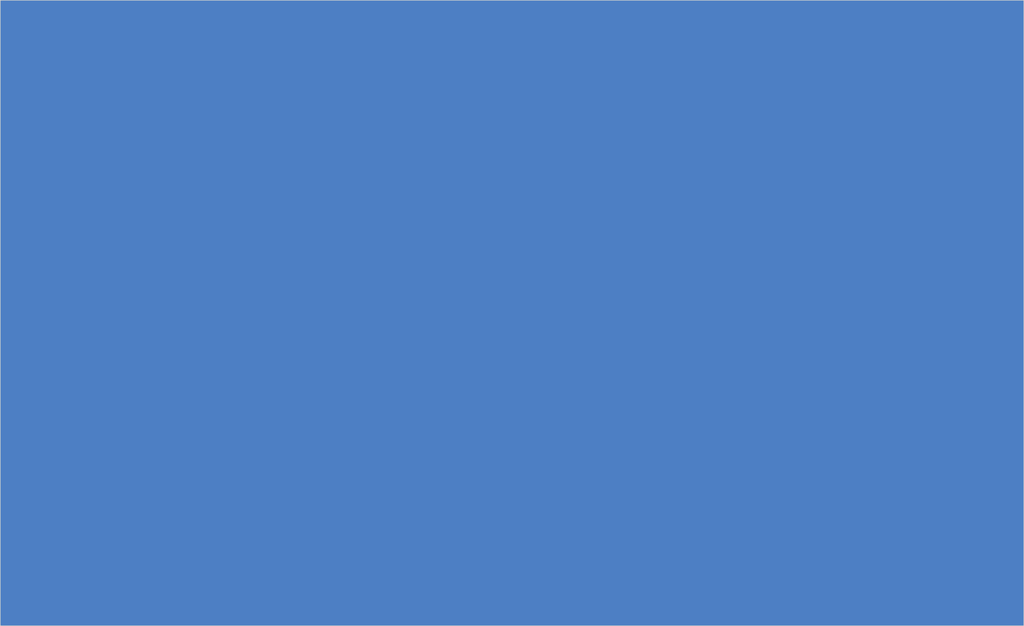
<source format=kicad_pcb>
(kicad_pcb
	(version 20241229)
	(generator "pcbnew")
	(generator_version "9.0")
	(general
		(thickness 1.6)
		(legacy_teardrops no)
	)
	(paper "A4")
	(layers
		(0 "F.Cu" signal)
		(2 "B.Cu" signal)
		(9 "F.Adhes" user "F.Adhesive")
		(11 "B.Adhes" user "B.Adhesive")
		(13 "F.Paste" user)
		(15 "B.Paste" user)
		(5 "F.SilkS" user "F.Silkscreen")
		(7 "B.SilkS" user "B.Silkscreen")
		(1 "F.Mask" user)
		(3 "B.Mask" user)
		(17 "Dwgs.User" user "User.Drawings")
		(19 "Cmts.User" user "User.Comments")
		(21 "Eco1.User" user "User.Eco1")
		(23 "Eco2.User" user "User.Eco2")
		(25 "Edge.Cuts" user)
		(27 "Margin" user)
		(31 "F.CrtYd" user "F.Courtyard")
		(29 "B.CrtYd" user "B.Courtyard")
		(35 "F.Fab" user)
		(33 "B.Fab" user)
		(39 "User.1" user)
		(41 "User.2" user)
		(43 "User.3" user)
		(45 "User.4" user)
	)
	(setup
		(pad_to_mask_clearance 0)
		(allow_soldermask_bridges_in_footprints no)
		(tenting front back)
		(pcbplotparams
			(layerselection 0x00000000_00000000_55555555_5755f5ff)
			(plot_on_all_layers_selection 0x00000000_00000000_00000000_00000000)
			(disableapertmacros no)
			(usegerberextensions no)
			(usegerberattributes yes)
			(usegerberadvancedattributes yes)
			(creategerberjobfile yes)
			(dashed_line_dash_ratio 12.000000)
			(dashed_line_gap_ratio 3.000000)
			(svgprecision 4)
			(plotframeref no)
			(mode 1)
			(useauxorigin no)
			(hpglpennumber 1)
			(hpglpenspeed 20)
			(hpglpendiameter 15.000000)
			(pdf_front_fp_property_popups yes)
			(pdf_back_fp_property_popups yes)
			(pdf_metadata yes)
			(pdf_single_document no)
			(dxfpolygonmode yes)
			(dxfimperialunits no)
			(dxfusepcbnewfont yes)
			(psnegative no)
			(psa4output no)
			(plot_black_and_white yes)
			(sketchpadsonfab no)
			(plotpadnumbers no)
			(hidednponfab no)
			(sketchdnponfab yes)
			(crossoutdnponfab yes)
			(subtractmaskfromsilk no)
			(outputformat 3)
			(mirror no)
			(drillshape 0)
			(scaleselection 1)
			(outputdirectory "out/lightburn-template-helpers/")
		)
	)
	(net 0 "")
	(net 1 "GND")
	(gr_rect
		(start 0 -55)
		(end 90 0)
		(stroke
			(width 0.05)
			(type default)
		)
		(fill no)
		(locked yes)
		(layer "Edge.Cuts")
		(uuid "5b95af0e-1f3a-402d-b822-c10a6e4a88c8")
	)
	(gr_circle
		(center 25 -35)
		(end 25 -34.85)
		(stroke
			(width 0.1)
			(type solid)
		)
		(fill yes)
		(locked yes)
		(layer "User.1")
		(uuid "04317cef-467f-443a-af53-453cce07bf76")
	)
	(gr_circle
		(center 35 -50)
		(end 35 -49.85)
		(stroke
			(width 0.1)
			(type solid)
		)
		(fill yes)
		(locked yes)
		(layer "User.1")
		(uuid "044a5b11-0ca0-4601-925b-927f535e30d0")
	)
	(gr_circle
		(center 45 -5)
		(end 45 -4.85)
		(stroke
			(width 0.1)
			(type solid)
		)
		(fill yes)
		(locked yes)
		(layer "User.1")
		(uuid "063ab35b-d972-4c54-89c8-4a8e90166371")
	)
	(gr_circle
		(center 20 -5)
		(end 20 -4.85)
		(stroke
			(width 0.1)
			(type solid)
		)
		(fill yes)
		(locked yes)
		(layer "User.1")
		(uuid "07298827-0108-48e0-9fc8-9bfb65b1e36a")
	)
	(gr_circle
		(center 65 -32.5)
		(end 65 -32.35)
		(stroke
			(width 0.1)
			(type solid)
		)
		(fill yes)
		(locked yes)
		(layer "User.1")
		(uuid "07bc5975-0115-43b6-9e1f-c59d82b88388")
	)
	(gr_circle
		(center 20 -50)
		(end 20 -49.85)
		(stroke
			(width 0.1)
			(type solid)
		)
		(fill yes)
		(locked yes)
		(layer "User.1")
		(uuid "07e3c697-0f54-4d03-8f3d-88676d782765")
	)
	(gr_circle
		(center 50 -5)
		(end 50.75 -5)
		(stroke
			(width 0.1)
			(type default)
		)
		(fill no)
		(locked yes)
		(layer "User.1")
		(uuid "0d8b0f09-e783-43bf-8300-a81d9e93d762")
	)
	(gr_circle
		(center 65 -22.5)
		(end 65.75 -22.5)
		(stroke
			(width 0.1)
			(type default)
		)
		(fill no)
		(locked yes)
		(layer "User.1")
		(uuid "0ec13f4f-05a4-4b2a-9883-b13f46180961")
	)
	(gr_circle
		(center 80 -50)
		(end 80.75 -50)
		(stroke
			(width 0.1)
			(type default)
		)
		(fill no)
		(locked yes)
		(layer "User.1")
		(uuid "0fdb5996-e74d-4df1-9dfc-2c265258a1fa")
	)
	(gr_circle
		(center 55 -50)
		(end 55.75 -50)
		(stroke
			(width 0.1)
			(type default)
		)
		(fill no)
		(locked yes)
		(layer "User.1")
		(uuid "101cd11c-d384-46d9-a34c-9c8ed26df852")
	)
	(gr_circle
		(center 85 -25.000001)
		(end 85.15 -25.000001)
		(stroke
			(width 0.1)
			(type solid)
		)
		(fill yes)
		(locked yes)
		(layer "User.1")
		(uuid "149690e9-a54a-4397-b6f0-93e503764dd7")
	)
	(gr_circle
		(center 85 -25.000001)
		(end 85 -25.75)
		(stroke
			(width 0.1)
			(type default)
		)
		(fill no)
		(locked yes)
		(layer "User.1")
		(uuid "15f7dca3-ff63-4ff4-bb6d-5b8ba8467625")
	)
	(gr_circle
		(center 70 -50)
		(end 70.75 -50)
		(stroke
			(width 0.1)
			(type default)
		)
		(fill no)
		(locked yes)
		(layer "User.1")
		(uuid "168a5654-a320-4b6b-a8c9-f28da9275358")
	)
	(gr_circle
		(center 75 -5)
		(end 75 -4.85)
		(stroke
			(width 0.1)
			(type solid)
		)
		(fill yes)
		(locked yes)
		(layer "User.1")
		(uuid "17db0c8b-ea21-4196-b3e2-3436be351f98")
	)
	(gr_circle
		(center 65 -50)
		(end 65 -49.85)
		(stroke
			(width 0.1)
			(type solid)
		)
		(fill yes)
		(locked yes)
		(layer "User.1")
		(uuid "1969a6cb-7106-40cb-9e31-85251aecf500")
	)
	(gr_circle
		(center 67.5 -35)
		(end 67.5 -34.85)
		(stroke
			(width 0.1)
			(type solid)
		)
		(fill yes)
		(locked yes)
		(layer "User.1")
		(uuid "1dc77d60-f0d1-476b-814b-9d2180d7c8eb")
	)
	(gr_circle
		(center 25 -20)
		(end 25 -19.85)
		(stroke
			(width 0.1)
			(type solid)
		)
		(fill yes)
		(locked yes)
		(layer "User.1")
		(uuid "1f594d0d-8edf-4f76-b0a7-ccd1b4e38871")
	)
	(gr_circle
		(center 85 -50)
		(end 85 -49.85)
		(stroke
			(width 0.1)
			(type solid)
		)
		(fill yes)
		(locked yes)
		(layer "User.1")
		(uuid "2442221d-204b-4003-a82b-a00e3fc56c1f")
	)
	(gr_circle
		(center 22.5 -35)
		(end 23.25 -35)
		(stroke
			(width 0.1)
			(type default)
		)
		(fill no)
		(locked yes)
		(layer "User.1")
		(uuid "24b98655-9dec-4c5b-b985-4c0931f0d083")
	)
	(gr_circle
		(center 25 -17.5)
		(end 25 -17.35)
		(stroke
			(width 0.1)
			(type solid)
		)
		(fill yes)
		(locked yes)
		(layer "User.1")
		(uuid "254bec29-2092-4b79-80c2-6855a8f5f315")
	)
	(gr_circle
		(center 62.5 -20)
		(end 63.25 -20)
		(stroke
			(width 0.1)
			(type default)
		)
		(fill no)
		(locked yes)
		(layer "User.1")
		(uuid "26b3eb2c-f024-4d51-8c58-afb58e0f2b94")
	)
	(gr_circle
		(center 27.5 -35)
		(end 28.25 -35)
		(stroke
			(width 0.1)
			(type default)
		)
		(fill no)
		(locked yes)
		(layer "User.1")
		(uuid "27e3201c-e45c-43af-853d-3b044035836a")
	)
	(gr_circle
		(center 4.999999 -30)
		(end 5.149999 -30)
		(stroke
			(width 0.1)
			(type solid)
		)
		(fill yes)
		(locked yes)
		(layer "User.1")
		(uuid "28a76126-513c-476f-8034-0fe5cb2de2e8")
	)
	(gr_circle
		(center 85 -40)
		(end 85 -40.75)
		(stroke
			(width 0.1)
			(type default)
		)
		(fill no)
		(locked yes)
		(layer "User.1")
		(uuid "28f6e74e-f3d5-4390-9486-b0832d3257c3")
	)
	(gr_circle
		(center 85 -35)
		(end 85.15 -35)
		(stroke
			(width 0.1)
			(type solid)
		)
		(fill yes)
		(locked yes)
		(layer "User.1")
		(uuid "2907df4f-cf29-48aa-b54b-5458bccfd46e")
	)
	(gr_circle
		(center 30 -50)
		(end 30 -49.85)
		(stroke
			(width 0.1)
			(type solid)
		)
		(fill yes)
		(locked yes)
		(layer "User.1")
		(uuid "2b15212e-92a5-4a44-9d9d-21c69f45f22f")
	)
	(gr_circle
		(center 65 -37.5)
		(end 65.75 -37.5)
		(stroke
			(width 0.1)
			(type default)
		)
		(fill no)
		(locked yes)
		(layer "User.1")
		(uuid "2e930931-87e8-4b1d-afb3-675f024241b7")
	)
	(gr_circle
		(center 5 -10)
		(end 5.15 -10)
		(stroke
			(width 0.1)
			(type solid)
		)
		(fill yes)
		(locked yes)
		(layer "User.1")
		(uuid "31eca847-fee9-489b-a360-d3968da0588b")
	)
	(gr_circle
		(center 80 -50)
		(end 80 -49.85)
		(stroke
			(width 0.1)
			(type solid)
		)
		(fill yes)
		(locked yes)
		(layer "User.1")
		(uuid "34d4b54a-77f7-4891-a80a-1dbf81de3c53")
	)
	(gr_circle
		(center 5 -35)
		(end 5 -35.75)
		(stroke
			(width 0.1)
			(type default)
		)
		(fill no)
		(locked yes)
		(layer "User.1")
		(uuid "35089b9b-e975-4aa9-a70f-94c635ebeddc")
	)
	(gr_circle
		(center 5 -20)
		(end 5 -20.75)
		(stroke
			(width 0.1)
			(type default)
		)
		(fill no)
		(locked yes)
		(layer "User.1")
		(uuid "3665a417-c1d3-423b-ad3d-fa0a4761f138")
	)
	(gr_circle
		(center 85 -15)
		(end 85 -15.75)
		(stroke
			(width 0.1)
			(type default)
		)
		(fill no)
		(locked yes)
		(layer "User.1")
		(uuid "37948f93-f2b1-4760-8149-c3e2ba572976")
	)
	(gr_circle
		(center 65 -32.5)
		(end 65.75 -32.5)
		(stroke
			(width 0.1)
			(type default)
		)
		(fill no)
		(locked yes)
		(layer "User.1")
		(uuid "3a30b7e6-c7d3-4efe-90d5-4cf6e16fbce4")
	)
	(gr_circle
		(center 50 -5)
		(end 50 -4.85)
		(stroke
			(width 0.1)
			(type solid)
		)
		(fill yes)
		(locked yes)
		(layer "User.1")
		(uuid "3a766dc6-44cc-4b42-a641-e0b34f5fd72c")
	)
	(gr_circle
		(center 65 -20)
		(end 65 -19.85)
		(stroke
			(width 0.1)
			(type solid)
		)
		(fill yes)
		(locked yes)
		(layer "User.1")
		(uuid "3da18465-4658-4852-83ed-2c700854de32")
	)
	(gr_circle
		(center 62.5 -35)
		(end 62.5 -34.85)
		(stroke
			(width 0.1)
			(type solid)
		)
		(fill yes)
		(locked yes)
		(layer "User.1")
		(uuid "3e2e8645-f4aa-461d-ab4d-8d4798a8a589")
	)
	(gr_circle
		(center 25 -37.5)
		(end 25.75 -37.5)
		(stroke
			(width 0.1)
			(type default)
		)
		(fill no)
		(locked yes)
		(layer "User.1")
		(uuid "3e76221a-e890-4fd1-8fac-73f7dc4d2b12")
	)
	(gr_circle
		(center 25 -32.5)
		(end 25.75 -32.5)
		(stroke
			(width 0.1)
			(type default)
		)
		(fill no)
		(locked yes)
		(layer "User.1")
		(uuid "405efe00-8823-4d79-bd6d-8b18f47b8639")
	)
	(gr_circle
		(center 75 -5)
		(end 75.75 -5)
		(stroke
			(width 0.1)
			(type default)
		)
		(fill no)
		(locked yes)
		(layer "User.1")
		(uuid "40bab596-a05c-45fd-b6b6-cefcabeea743")
	)
	(gr_circle
		(center 70 -50)
		(end 70 -49.85)
		(stroke
			(width 0.1)
			(type solid)
		)
		(fill yes)
		(locked yes)
		(layer "User.1")
		(uuid "4469642f-db39-453c-bc35-65da86013893")
	)
	(gr_circle
		(center 5 -25.000001)
		(end 5 -25.75)
		(stroke
			(width 0.1)
			(type default)
		)
		(fill no)
		(locked yes)
		(layer "User.1")
		(uuid "44fa8fca-401d-46c4-8f89-d0caffceef7d")
	)
	(gr_circle
		(center 5 -5)
		(end 5.15 -5)
		(stroke
			(width 0.1)
			(type solid)
		)
		(fill yes)
		(locked yes)
		(layer "User.1")
		(uuid "45e5cddf-75ac-487b-97f6-46decfdeeac0")
	)
	(gr_circle
		(center 27.5 -20)
		(end 28.25 -20)
		(stroke
			(width 0.1)
			(type default)
		)
		(fill no)
		(locked yes)
		(layer "User.1")
		(uuid "48d82ac4-76a8-4f2f-8b59-94f195a7db79")
	)
	(gr_circle
		(center 55 -5)
		(end 55 -4.85)
		(stroke
			(width 0.1)
			(type solid)
		)
		(fill yes)
		(locked yes)
		(layer "User.1")
		(uuid "4aa816e5-15bc-4ae5-b0d3-518f1c00055e")
	)
	(gr_circle
		(center 27.5 -35)
		(end 27.5 -34.85)
		(stroke
			(width 0.1)
			(type solid)
		)
		(fill yes)
		(locked yes)
		(layer "User.1")
		(uuid "51c9d619-01d1-40fb-8b2f-de1aa0dcc372")
	)
	(gr_circle
		(center 35 -5)
		(end 35 -4.85)
		(stroke
			(width 0.1)
			(type solid)
		)
		(fill yes)
		(locked yes)
		(layer "User.1")
		(uuid "579751db-dfe3-411e-ac1e-a9ed6d954965")
	)
	(gr_circle
		(center 40 -50)
		(end 40 -49.85)
		(stroke
			(width 0.1)
			(type solid)
		)
		(fill yes)
		(locked yes)
		(layer "User.1")
		(uuid "57ca1b6b-5cdf-47a6-9a0b-6753db5ea9ee")
	)
	(gr_circle
		(center 25 -22.5)
		(end 25.75 -22.5)
		(stroke
			(width 0.1)
			(type default)
		)
		(fill no)
		(locked yes)
		(layer "User.1")
		(uuid "5a7111eb-c3b9-4319-aee2-b6b94a4d7d8f")
	)
	(gr_circle
		(center 25 -17.5)
		(end 25.75 -17.5)
		(stroke
			(width 0.1)
			(type default)
		)
		(fill no)
		(locked yes)
		(layer "User.1")
		(uuid "5bd3d456-9481-432c-8262-5fd83b879683")
	)
	(gr_circle
		(center 62.5 -35)
		(end 63.25 -35)
		(stroke
			(width 0.1)
			(type default)
		)
		(fill no)
		(locked yes)
		(layer "User.1")
		(uuid "5ee70c4f-0bea-48d4-99dc-aa501eebdaa8")
	)
	(gr_circle
		(center 85 -10)
		(end 85 -10.75)
		(stroke
			(width 0.1)
			(type default)
		)
		(fill no)
		(locked yes)
		(layer "User.1")
		(uuid "5f343f8f-8ca4-4b6b-9e7e-3b196e55ba73")
	)
	(gr_circle
		(center 85 -50)
		(end 85.75 -50)
		(stroke
			(width 0.1)
			(type default)
		)
		(fill no)
		(locked yes)
		(layer "User.1")
		(uuid "61ceb8f1-de0a-45e0-8783-98aae6d91abf")
	)
	(gr_circle
		(center 85 -15)
		(end 85.15 -15)
		(stroke
			(width 0.1)
			(type solid)
		)
		(fill yes)
		(locked yes)
		(layer "User.1")
		(uuid "64f910c6-db96-4dc2-bc4b-3f6fc926d85e")
	)
	(gr_circle
		(center 65 -35)
		(end 65 -34.85)
		(stroke
			(width 0.1)
			(type solid)
		)
		(fill yes)
		(locked yes)
		(layer "User.1")
		(uuid "65c8f84e-6cb5-48bb-8ac0-494b15b4751f")
	)
	(gr_circle
		(center 10 -5)
		(end 10 -4.85)
		(stroke
			(width 0.1)
			(type solid)
		)
		(fill yes)
		(locked yes)
		(layer "User.1")
		(uuid "674c5b06-6293-4910-a822-c87a79f8236b")
	)
	(gr_circle
		(center 50 -50)
		(end 50 -49.85)
		(stroke
			(width 0.1)
			(type solid)
		)
		(fill yes)
		(locked yes)
		(layer "User.1")
		(uuid "69e2fb85-53e8-4f97-83f5-a634402d2b50")
	)
	(gr_circle
		(center 65 -20)
		(end 65.75 -20)
		(stroke
			(width 0.1)
			(type default)
		)
		(fill no)
		(locked yes)
		(layer "User.1")
		(uuid "6aa71d9e-a8ef-445a-8d27-2bafa6dff2df")
	)
	(gr_circle
		(center 85 -35)
		(end 85 -35.75)
		(stroke
			(width 0.1)
			(type default)
		)
		(fill no)
		(locked yes)
		(layer "User.1")
		(uuid "6c0a2c15-b6b4-4241-8e72-2ca57701b0a8")
	)
	(gr_circle
		(center 55 -5)
		(end 55.75 -5)
		(stroke
			(width 0.1)
			(type default)
		)
		(fill no)
		(locked yes)
		(layer "User.1")
		(uuid "6c0db5c2-9c0f-486c-8216-ba4172bbe1d3")
	)
	(gr_circle
		(center 25 -5)
		(end 25.75 -5)
		(stroke
			(width 0.1)
			(type default)
		)
		(fill no)
		(locked yes)
		(layer "User.1")
		(uuid "6caea55c-9921-4f63-a723-33e8d1c04a9d")
	)
	(gr_circle
		(center 65 -5)
		(end 65.75 -5)
		(stroke
			(width 0.1)
			(type default)
		)
		(fill no)
		(locked yes)
		(layer "User.1")
		(uuid "6e1aa1e5-bbfc-4261-92cc-12d890d6bd4f")
	)
	(gr_circle
		(center 85 -10)
		(end 85.15 -10)
		(stroke
			(width 0.1)
			(type solid)
		)
		(fill yes)
		(locked yes)
		(layer "User.1")
		(uuid "730dc6c2-1a5c-46b4-99c9-a7a825f721c3")
	)
	(gr_circle
		(center 65 -17.5)
		(end 65 -17.35)
		(stroke
			(width 0.1)
			(type solid)
		)
		(fill yes)
		(locked yes)
		(layer "User.1")
		(uuid "739128d1-69a5-430b-bd0c-e279265c59b7")
	)
	(gr_circle
		(center 20 -50)
		(end 20.75 -50)
		(stroke
			(width 0.1)
			(type default)
		)
		(fill no)
		(locked yes)
		(layer "User.1")
		(uuid "78350820-06c4-43bb-bd5e-7f8a516bca9b")
	)
	(gr_circle
		(center 25 -5)
		(end 25 -4.85)
		(stroke
			(width 0.1)
			(type solid)
		)
		(fill yes)
		(locked yes)
		(layer "User.1")
		(uuid "7991230e-9a9c-4926-9034-632ede31a797")
	)
	(gr_circle
		(center 40 -5)
		(end 40.75 -5)
		(stroke
			(width 0.1)
			(type default)
		)
		(fill no)
		(locked yes)
		(layer "User.1")
		(uuid "7b3b4dbe-4002-4552-b5db-b10335c0330d")
	)
	(gr_circle
		(center 10 -50)
		(end 10.75 -50)
		(stroke
			(width 0.1)
			(type default)
		)
		(fill no)
		(locked yes)
		(layer "User.1")
		(uuid "7c4404ac-9300-4ab4-b3df-a5b5c2cb99dc")
	)
	(gr_circle
		(center 60 -5)
		(end 60 -4.85)
		(stroke
			(width 0.1)
			(type solid)
		)
		(fill yes)
		(locked yes)
		(layer "User.1")
		(uuid "7ee06f96-d39c-4c8f-b2bc-b2da7aee3a5c")
	)
	(gr_circle
		(center 10 -50)
		(end 10 -49.85)
		(stroke
			(width 0.1)
			(type solid)
		)
		(fill yes)
		(locked yes)
		(layer "User.1")
		(uuid "809841de-040b-4bd7-8f53-f28cff499e8a")
	)
	(gr_circle
		(center 40 -5)
		(end 40 -4.85)
		(stroke
			(width 0.1)
			(type solid)
		)
		(fill yes)
		(locked yes)
		(layer "User.1")
		(uuid "81d4149b-ae2b-48f2-b2ab-26eaa6f37096")
	)
	(gr_circle
		(center 5 -20)
		(end 5.15 -20)
		(stroke
			(width 0.1)
			(type solid)
		)
		(fill yes)
		(locked yes)
		(layer "User.1")
		(uuid "83800912-8173-4983-8445-588f0ca63e55")
	)
	(gr_circle
		(center 5 -50)
		(end 5.75 -50)
		(stroke
			(width 0.1)
			(type default)
		)
		(fill no)
		(locked yes)
		(layer "User.1")
		(uuid "8609ceab-171d-4e56-8ce0-f05ce75ad41c")
	)
	(gr_circle
		(center 67.5 -20)
		(end 67.5 -19.85)
		(stroke
			(width 0.1)
			(type solid)
		)
		(fill yes)
		(locked yes)
		(layer "User.1")
		(uuid "87aec8bc-d63c-42b8-b916-70613f3a56aa")
	)
	(gr_circle
		(center 15 -5)
		(end 15 -4.85)
		(stroke
			(width 0.1)
			(type solid)
		)
		(fill yes)
		(locked yes)
		(layer "User.1")
		(uuid "884e6dac-89e9-407a-957b-21217b717244")
	)
	(gr_circle
		(center 80 -5)
		(end 80 -4.85)
		(stroke
			(width 0.1)
			(type solid)
		)
		(fill yes)
		(locked yes)
		(layer "User.1")
		(uuid "89f62124-4344-4ec0-9ad6-3899b639a8b2")
	)
	(gr_circle
		(center 25 -22.5)
		(end 25 -22.35)
		(stroke
			(width 0.1)
			(type solid)
		)
		(fill yes)
		(locked yes)
		(layer "User.1")
		(uuid "8bdc28de-a1d0-4da0-818c-b4e9953263d6")
	)
	(gr_circle
		(center 65 -50)
		(end 65.75 -50)
		(stroke
			(width 0.1)
			(type default)
		)
		(fill no)
		(locked yes)
		(layer "User.1")
		(uuid "8c38a7b1-94cd-4ee0-b73e-17e5076018f0")
	)
	(gr_circle
		(center 84.999999 -30)
		(end 85 -30.750001)
		(stroke
			(width 0.1)
			(type default)
		)
		(fill no)
		(locked yes)
		(layer "User.1")
		(uuid "8c6552af-b126-4aff-bb24-20f40af091eb")
	)
	(gr_circle
		(center 75 -50)
		(end 75 -49.85)
		(stroke
			(width 0.1)
			(type solid)
		)
		(fill yes)
		(locked yes)
		(layer "User.1")
		(uuid "8d68fa15-d739-4abc-95f1-67f76c621801")
	)
	(gr_circle
		(center 35 -50)
		(end 35.75 -50)
		(stroke
			(width 0.1)
			(type default)
		)
		(fill no)
		(locked yes)
		(layer "User.1")
		(uuid "8ee91e0d-2a2a-44b1-9c0f-c02db710d560")
	)
	(gr_circle
		(center 25 -20)
		(end 25.75 -20)
		(stroke
			(width 0.1)
			(type default)
		)
		(fill no)
		(locked yes)
		(layer "User.1")
		(uuid "9327886e-e987-455c-8cc7-ffbcfe8308a0")
	)
	(gr_circle
		(center 30 -5)
		(end 30 -4.85)
		(stroke
			(width 0.1)
			(type solid)
		)
		(fill yes)
		(locked yes)
		(layer "User.1")
		(uuid "9338bb8b-6a52-453a-9d8e-2685904786be")
	)
	(gr_circle
		(center 5 -45)
		(end 5 -45.75)
		(stroke
			(width 0.1)
			(type default)
		)
		(fill no)
		(locked yes)
		(layer "User.1")
		(uuid "9378d7db-d3e0-4fca-a40f-02563ee756fd")
	)
	(gr_circle
		(center 65 -22.5)
		(end 65 -22.35)
		(stroke
			(width 0.1)
			(type solid)
		)
		(fill yes)
		(locked yes)
		(layer "User.1")
		(uuid "96d8b04e-53d2-452b-acc6-0133e5eed737")
	)
	(gr_circle
		(center 20 -5)
		(end 20.75 -5)
		(stroke
			(width 0.1)
			(type default)
		)
		(fill no)
		(locked yes)
		(layer "User.1")
		(uuid "992fdb9c-40e5-4db7-ba2d-1f2b0f6fa728")
	)
	(gr_circle
		(center 84.999999 -30)
		(end 85.149999 -30)
		(stroke
			(width 0.1)
			(type solid)
		)
		(fill yes)
		(locked yes)
		(layer "User.1")
		(uuid "9a363edb-48ab-4006-ae49-f996b6c43fa3")
	)
	(gr_circle
		(center 67.5 -35)
		(end 68.25 -35)
		(stroke
			(width 0.1)
			(type default)
		)
		(fill no)
		(locked yes)
		(layer "User.1")
		(uuid "9b34bc48-238b-4e15-b75c-b3d5d5d53a9c")
	)
	(gr_circle
		(center 85 -45)
		(end 85 -45.75)
		(stroke
			(width 0.1)
			(type default)
		)
		(fill no)
		(locked yes)
		(layer "User.1")
		(uuid "9f1057d7-fce6-4bf6-ba3d-7ef868ea6eb2")
	)
	(gr_circle
		(center 45 -50)
		(end 45 -49.85)
		(stroke
			(width 0.1)
			(type solid)
		)
		(fill yes)
		(locked yes)
		(layer "User.1")
		(uuid "a03c1c17-d84e-48e3-85d3-6479f02c04cd")
	)
	(gr_circle
		(center 85 -20)
		(end 85 -20.75)
		(stroke
			(width 0.1)
			(type default)
		)
		(fill no)
		(locked yes)
		(layer "User.1")
		(uuid "a193cda7-2432-4ebd-8a22-cb8c96618bf0")
	)
	(gr_circle
		(center 5 -10)
		(end 5 -10.75)
		(stroke
			(width 0.1)
			(type default)
		)
		(fill no)
		(locked yes)
		(layer "User.1")
		(uuid "a2fcef1e-d17b-4eb3-8392-7f8a1caf27ba")
	)
	(gr_circle
		(center 15 -50)
		(end 15 -49.85)
		(stroke
			(width 0.1)
			(type solid)
		)
		(fill yes)
		(locked yes)
		(layer "User.1")
		(uuid "a3761b90-3a9f-4e95-a072-c38011d1f1f7")
	)
	(gr_circle
		(center 60 -5)
		(end 60.75 -5)
		(stroke
			(width 0.1)
			(type default)
		)
		(fill no)
		(locked yes)
		(layer "User.1")
		(uuid "a7869321-98c4-418d-b495-23857c31ee8a")
	)
	(gr_circle
		(center 27.5 -20)
		(end 27.5 -19.85)
		(stroke
			(width 0.1)
			(type solid)
		)
		(fill yes)
		(locked yes)
		(layer "User.1")
		(uuid "aa7d89cd-1a55-47bf-8c28-b8ce44d90cae")
	)
	(gr_circle
		(center 70 -5)
		(end 70.75 -5)
		(stroke
			(width 0.1)
			(type default)
		)
		(fill no)
		(locked yes)
		(layer "User.1")
		(uuid "abeff351-78b3-4dc7-869e-740113b0dcb1")
	)
	(gr_circle
		(center 85 -20)
		(end 85.15 -20)
		(stroke
			(width 0.1)
			(type solid)
		)
		(fill yes)
		(locked yes)
		(layer "User.1")
		(uuid "b2ce7474-387b-4857-808a-a96a72a279ad")
	)
	(gr_circle
		(center 25 -50)
		(end 25.75 -50)
		(stroke
			(width 0.1)
			(type default)
		)
		(fill no)
		(locked yes)
		(layer "User.1")
		(uuid "b535741c-202b-4d01-bedb-9a4eb021648f")
	)
	(gr_circle
		(center 65 -35)
		(end 65.75 -35)
		(stroke
			(width 0.1)
			(type default)
		)
		(fill no)
		(locked yes)
		(layer "User.1")
		(uuid "b6a3073d-eaad-4562-9584-a4891866b96c")
	)
	(gr_circle
		(center 45 -5)
		(end 45.75 -5)
		(stroke
			(width 0.1)
			(type default)
		)
		(fill no)
		(locked yes)
		(layer "User.1")
		(uuid "bc8a3e36-b48d-4abd-b6f9-7b2de46e9d95")
	)
	(gr_circle
		(center 4.999999 -30)
		(end 5 -30.750001)
		(stroke
			(width 0.1)
			(type default)
		)
		(fill no)
		(locked yes)
		(layer "User.1")
		(uuid "bdb9200d-cf41-4723-bc2c-11c2067a117d")
	)
	(gr_circle
		(center 5 -5)
		(end 5 -5.75)
		(stroke
			(width 0.1)
			(type default)
		)
		(fill no)
		(locked yes)
		(layer "User.1")
		(uuid "be8ae4db-d02f-4868-a825-5bcda6e9cc68")
	)
	(gr_circle
		(center 50 -50)
		(end 50.75 -50)
		(stroke
			(width 0.1)
			(type default)
		)
		(fill no)
		(locked yes)
		(layer "User.1")
		(uuid "c0efa6ec-f046-4bfc-b657-218e90cf7577")
	)
	(gr_circle
		(center 45 -50)
		(end 45.75 -50)
		(stroke
			(width 0.1)
			(type default)
		)
		(fill no)
		(locked yes)
		(layer "User.1")
		(uuid "c11f09a0-290f-43c0-a074-94baafc5dd46")
	)
	(gr_circle
		(center 40 -50)
		(end 40.75 -50)
		(stroke
			(width 0.1)
			(type default)
		)
		(fill no)
		(locked yes)
		(layer "User.1")
		(uuid "c3cccbbc-fadd-44b2-a5e9-b64450e86c54")
	)
	(gr_circle
		(center 5 -50)
		(end 5 -49.85)
		(stroke
			(width 0.1)
			(type solid)
		)
		(fill yes)
		(locked yes)
		(layer "User.1")
		(uuid "c42291c0-6849-439a-bf64-51c0554b2f35")
	)
	(gr_circle
		(center 5 -45)
		(end 5.15 -45)
		(stroke
			(width 0.1)
			(type solid)
		)
		(fill yes)
		(locked yes)
		(layer "User.1")
		(uuid "c5064c04-cbe0-4bce-ac54-cad7305af2a6")
	)
	(gr_circle
		(center 5 -35)
		(end 5.15 -35)
		(stroke
			(width 0.1)
			(type solid)
		)
		(fill yes)
		(locked yes)
		(layer "User.1")
		(uuid "c644703c-f565-4105-9e96-68bf0cb1e333")
	)
	(gr_circle
		(center 62.5 -20)
		(end 62.5 -19.85)
		(stroke
			(width 0.1)
			(type solid)
		)
		(fill yes)
		(locked yes)
		(layer "User.1")
		(uuid "cb9c6893-5202-4fa6-a399-70268f5ca9d7")
	)
	(gr_circle
		(center 65 -5)
		(end 65 -4.85)
		(stroke
			(width 0.1)
			(type solid)
		)
		(fill yes)
		(locked yes)
		(layer "User.1")
		(uuid "cbcdf8d9-6614-4a91-8b77-aad965afcb39")
	)
	(gr_circle
		(center 60 -50)
		(end 60.75 -50)
		(stroke
			(width 0.1)
			(type default)
		)
		(fill no)
		(locked yes)
		(layer "User.1")
		(uuid "ccd1bd82-ef83-461b-8f9d-a47b90a69253")
	)
	(gr_circle
		(center 65 -37.5)
		(end 65 -37.35)
		(stroke
			(width 0.1)
			(type solid)
		)
		(fill yes)
		(locked yes)
		(layer "User.1")
		(uuid "cec8c6e6-ccbd-4b72-b65e-2bd786d2d6d2")
	)
	(gr_circle
		(center 85 -5)
		(end 85 -5.75)
		(stroke
			(width 0.1)
			(type default)
		)
		(fill no)
		(locked yes)
		(layer "User.1")
		(uuid "ced099fd-d510-46cf-955c-c33c300af847")
	)
	(gr_circle
		(center 65 -17.5)
		(end 65.75 -17.5)
		(stroke
			(width 0.1)
			(type default)
		)
		(fill no)
		(locked yes)
		(layer "User.1")
		(uuid "d0b5891d-32f3-40e2-a9a6-18a1f986e978")
	)
	(gr_circle
		(center 22.5 -35)
		(end 22.5 -34.85)
		(stroke
			(width 0.1)
			(type solid)
		)
		(fill yes)
		(locked yes)
		(layer "User.1")
		(uuid "d3621d9d-4d0f-4424-a8ad-369bebf1d642")
	)
	(gr_circle
		(center 22.5 -20)
		(end 22.5 -19.85)
		(stroke
			(width 0.1)
			(type solid)
		)
		(fill yes)
		(locked yes)
		(layer "User.1")
		(uuid "d5b3fa5c-ba7b-4843-a7ab-6ea4312d7925")
	)
	(gr_circle
		(center 22.5 -20)
		(end 23.25 -20)
		(stroke
			(width 0.1)
			(type default)
		)
		(fill no)
		(locked yes)
		(layer "User.1")
		(uuid "d725fb66-45ab-4253-82b3-fb2696eec5d5")
	)
	(gr_circle
		(center 55 -50)
		(end 55 -49.85)
		(stroke
			(width 0.1)
			(type solid)
		)
		(fill yes)
		(locked yes)
		(layer "User.1")
		(uuid "d9f99a89-39e6-4cd3-8b1b-d3f658f584ac")
	)
	(gr_circle
		(center 85 -40)
		(end 85.15 -40)
		(stroke
			(width 0.1)
			(type solid)
		)
		(fill yes)
		(locked yes)
		(layer "User.1")
		(uuid "daac2584-acab-4936-9337-71bce7764dc1")
	)
	(gr_circle
		(center 25 -32.5)
		(end 25 -32.35)
		(stroke
			(width 0.1)
			(type solid)
		)
		(fill yes)
		(locked yes)
		(layer "User.1")
		(uuid "dad5d948-688e-47a2-b752-4268a283b0cf")
	)
	(gr_circle
		(center 15 -50)
		(end 15.75 -50)
		(stroke
			(width 0.1)
			(type default)
		)
		(fill no)
		(locked yes)
		(layer "User.1")
		(uuid "dd6bf3a8-f5d4-4846-8012-a35b7d8ed910")
	)
	(gr_circle
		(center 30 -50)
		(end 30.75 -50)
		(stroke
			(width 0.1)
			(type default)
		)
		(fill no)
		(locked yes)
		(layer "User.1")
		(uuid "e1fb1afb-36aa-478c-8feb-d03f89529b25")
	)
	(gr_circle
		(center 67.5 -20)
		(end 68.25 -20)
		(stroke
			(width 0.1)
			(type default)
		)
		(fill no)
		(locked yes)
		(layer "User.1")
		(uuid "e286797e-4572-4638-928c-efbf956c58e6")
	)
	(gr_circle
		(center 5 -40)
		(end 5.15 -40)
		(stroke
			(width 0.1)
			(type solid)
		)
		(fill yes)
		(locked yes)
		(layer "User.1")
		(uuid "e2f75a08-e913-4fd9-8fd8-e39605f7b36f")
	)
	(gr_circle
		(center 5 -40)
		(end 5 -40.75)
		(stroke
			(width 0.1)
			(type default)
		)
		(fill no)
		(locked yes)
		(layer "User.1")
		(uuid "e3035b38-4a50-4506-b55d-25ac6391e9cc")
	)
	(gr_circle
		(center 75 -50)
		(end 75.75 -50)
		(stroke
			(width 0.1)
			(type default)
		)
		(fill no)
		(locked yes)
		(layer "User.1")
		(uuid "e541c04f-204f-4647-9e78-23583b520a18")
	)
	(gr_circle
		(center 60 -50)
		(end 60 -49.85)
		(stroke
			(width 0.1)
			(type solid)
		)
		(fill yes)
		(locked yes)
		(layer "User.1")
		(uuid "e5e13ca0-2405-48de-8662-b3ac2d8f6b6e")
	)
	(gr_circle
		(center 25 -35)
		(end 25.75 -35)
		(stroke
			(width 0.1)
			(type default)
		)
		(fill no)
		(locked yes)
		(layer "User.1")
		(uuid "e7e9e5c9-0b4a-4d10-ba6e-99e54805e774")
	)
	(gr_circle
		(center 35 -5)
		(end 35.75 -5)
		(stroke
			(width 0.1)
			(type default)
		)
		(fill no)
		(locked yes)
		(layer "User.1")
		(uuid "ec14ae88-428c-47ea-b37d-17945b30ea9a")
	)
	(gr_circle
		(center 30 -5)
		(end 30.75 -5)
		(stroke
			(width 0.1)
			(type default)
		)
		(fill no)
		(locked yes)
		(layer "User.1")
		(uuid "ed726fed-0e3c-48d9-86e8-e264b918a37a")
	)
	(gr_circle
		(center 5 -15)
		(end 5.15 -15)
		(stroke
			(width 0.1)
			(type solid)
		)
		(fill yes)
		(locked yes)
		(layer "User.1")
		(uuid "efe56147-9854-4572-abb5-509611732e8c")
	)
	(gr_circle
		(center 5 -15)
		(end 5 -15.75)
		(stroke
			(width 0.1)
			(type default)
		)
		(fill no)
		(locked yes)
		(layer "User.1")
		(uuid "f0403b05-7274-4a48-84f6-efd28752042c")
	)
	(gr_circle
		(center 15 -5)
		(end 15.75 -5)
		(stroke
			(width 0.1)
			(type default)
		)
		(fill no)
		(locked yes)
		(layer "User.1")
		(uuid "f04b735a-2d44-4195-94a8-b30b4e507cc0")
	)
	(gr_circle
		(center 85 -5)
		(end 85.15 -5)
		(stroke
			(width 0.1)
			(type solid)
		)
		(fill yes)
		(locked yes)
		(layer "User.1")
		(uuid "f3008fec-c010-41df-8ce5-88df4fbadf3b")
	)
	(gr_circle
		(center 25 -50)
		(end 25 -49.85)
		(stroke
			(width 0.1)
			(type solid)
		)
		(fill yes)
		(locked yes)
		(layer "User.1")
		(uuid "f4230daf-e064-435a-b684-fd6a5e6d9928")
	)
	(gr_circle
		(center 5 -25.000001)
		(end 5.15 -25.000001)
		(stroke
			(width 0.1)
			(type solid)
		)
		(fill yes)
		(locked yes)
		(layer "User.1")
		(uuid "f783e6e2-a345-41eb-945a-f0579699b1a1")
	)
	(gr_circle
		(center 80 -5)
		(end 80.75 -5)
		(stroke
			(width 0.1)
			(type default)
		)
		(fill no)
		(locked yes)
		(layer "User.1")
		(uuid "f88270e0-c29a-413f-a7d1-e7db328bbdcd")
	)
	(gr_circle
		(center 10 -5)
		(end 10.75 -5)
		(stroke
			(width 0.1)
			(type default)
		)
		(fill no)
		(locked yes)
		(layer "User.1")
		(uuid "faf81505-5ab7-4f28-81c5-99298bd3aab6")
	)
	(gr_circle
		(center 85 -45)
		(end 85.15 -45)
		(stroke
			(width 0.1)
			(type solid)
		)
		(fill yes)
		(locked yes)
		(layer "User.1")
		(uuid "fb7c8519-67b0-42b2-8067-16a82dee6b16")
	)
	(gr_circle
		(center 70 -5)
		(end 70 -4.85)
		(stroke
			(width 0.1)
			(type solid)
		)
		(fill yes)
		(locked yes)
		(layer "User.1")
		(uuid "fce8d462-30a6-4f22-92a1-43673bcc5cb9")
	)
	(gr_circle
		(center 25 -37.5)
		(end 25 -37.35)
		(stroke
			(width 0.1)
			(type solid)
		)
		(fill yes)
		(locked yes)
		(layer "User.1")
		(uuid "ffe5e239-c8d0-4f02-b4e9-0e1ef1c95dce")
	)
	(zone
		(net 1)
		(net_name "GND")
		(layers "F.Cu" "B.Cu")
		(uuid "b13975e9-9ea8-4e60-8de2-06fae71294e7")
		(hatch edge 0.5)
		(connect_pads
			(clearance 0.15)
		)
		(min_thickness 0.25)
		(filled_areas_thickness no)
		(fill yes
			(thermal_gap 0.5)
			(thermal_bridge_width 0.5)
			(island_removal_mode 1)
			(island_area_min 10)
		)
		(polygon
			(pts
				(xy 0 0) (xy 90 0) (xy 90 -55) (xy 0 -55)
			)
		)
		(filled_polygon
			(layer "F.Cu")
			(pts
				(xy 89.942539 -54.979815) (xy 89.988294 -54.927011) (xy 89.9995 -54.8755) (xy 89.9995 -0.1245) (xy 89.979815 -0.057461)
				(xy 89.927011 -0.011706) (xy 89.8755 -0.0005) (xy 0.1245 -0.0005) (xy 0.057461 -0.020185) (xy 0.011706 -0.072989)
				(xy 0.0005 -0.1245) (xy 0.0005 -54.8755) (xy 0.020185 -54.942539) (xy 0.072989 -54.988294) (xy 0.1245 -54.9995)
				(xy 89.8755 -54.9995)
			)
		)
		(filled_polygon
			(layer "B.Cu")
			(pts
				(xy 89.942539 -54.979815) (xy 89.988294 -54.927011) (xy 89.9995 -54.8755) (xy 89.9995 -0.1245) (xy 89.979815 -0.057461)
				(xy 89.927011 -0.011706) (xy 89.8755 -0.0005) (xy 0.1245 -0.0005) (xy 0.057461 -0.020185) (xy 0.011706 -0.072989)
				(xy 0.0005 -0.1245) (xy 0.0005 -54.8755) (xy 0.020185 -54.942539) (xy 0.072989 -54.988294) (xy 0.1245 -54.9995)
				(xy 89.8755 -54.9995)
			)
		)
	)
	(group ""
		(uuid "4512ea3f-eb4d-4dda-89e4-fc70383dd39e")
		(locked yes)
		(members "04317cef-467f-443a-af53-453cce07bf76" "24b98655-9dec-4c5b-b985-4c0931f0d083"
			"27e3201c-e45c-43af-853d-3b044035836a" "3e76221a-e890-4fd1-8fac-73f7dc4d2b12"
			"405efe00-8823-4d79-bd6d-8b18f47b8639" "51c9d619-01d1-40fb-8b2f-de1aa0dcc372"
			"d3621d9d-4d0f-4424-a8ad-369bebf1d642" "dad5d948-688e-47a2-b752-4268a283b0cf"
			"e7e9e5c9-0b4a-4d10-ba6e-99e54805e774" "ffe5e239-c8d0-4f02-b4e9-0e1ef1c95dce"
		)
	)
	(group ""
		(uuid "7ff6c254-732e-4b26-8de3-05fa549998c4")
		(locked yes)
		(members "07bc5975-0115-43b6-9e1f-c59d82b88388" "1dc77d60-f0d1-476b-814b-9d2180d7c8eb"
			"2e930931-87e8-4b1d-afb3-675f024241b7" "3a30b7e6-c7d3-4efe-90d5-4cf6e16fbce4"
			"3e2e8645-f4aa-461d-ab4d-8d4798a8a589" "5ee70c4f-0bea-48d4-99dc-aa501eebdaa8"
			"65c8f84e-6cb5-48bb-8ac0-494b15b4751f" "9b34bc48-238b-4e15-b75c-b3d5d5d53a9c"
			"b6a3073d-eaad-4562-9584-a4891866b96c" "cec8c6e6-ccbd-4b72-b65e-2bd786d2d6d2"
		)
	)
	(group ""
		(uuid "d48872dd-adb7-4301-bbd3-ad5669b2d977")
		(locked yes)
		(members "1f594d0d-8edf-4f76-b0a7-ccd1b4e38871" "254bec29-2092-4b79-80c2-6855a8f5f315"
			"48d82ac4-76a8-4f2f-8b59-94f195a7db79" "5a7111eb-c3b9-4319-aee2-b6b94a4d7d8f"
			"5bd3d456-9481-432c-8262-5fd83b879683" "8bdc28de-a1d0-4da0-818c-b4e9953263d6"
			"9327886e-e987-455c-8cc7-ffbcfe8308a0" "aa7d89cd-1a55-47bf-8c28-b8ce44d90cae"
			"d5b3fa5c-ba7b-4843-a7ab-6ea4312d7925" "d725fb66-45ab-4253-82b3-fb2696eec5d5"
		)
	)
	(embedded_fonts no)
)

</source>
